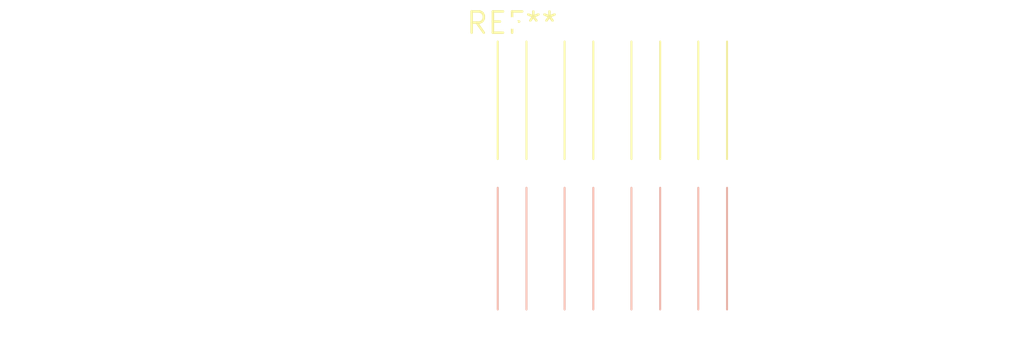
<source format=kicad_pcb>
(kicad_pcb (version 20240108) (generator pcbnew)
  (layers (0 "F.Cu" signal) (31 "B.Cu" signal) (34 "B.Paste" user) (35 "F.Paste" user) (36 "B.SilkS" user "B.Silkscreen") (37 "F.SilkS" user "F.Silkscreen") (38 "B.Mask" user) (39 "F.Mask" user) (44 "Edge.Cuts" user))
  (net 0 "")
  (footprint "SolderWire-0.15sqmm_1x04_P4mm_D0.5mm_OD1.5mm_Relief2x" (layer "F.Cu") (at 0 0)
    (property "Reference" "REF**")
    (property "Value" "SolderWire-0.15sqmm_1x04_P4mm_D0.5mm_OD1.5mm_Relief2x")
    (fp_line (start -0.86 9.86) (end -0.86 17.14) (layer "B.SilkS") (stroke (width 0.12)))
    (fp_line (start 0.86 9.86) (end 0.86 17.14) (layer "B.SilkS") (stroke (width 0.12)))
    (fp_line (start 3.14 9.86) (end 3.14 17.14) (layer "B.SilkS") (stroke (width 0.12)))
    (fp_line (start 4.86 9.86) (end 4.86 17.14) (layer "B.SilkS") (stroke (width 0.12)))
    (fp_line (start 7.14 9.86) (end 7.14 17.14) (layer "B.SilkS") (stroke (width 0.12)))
    (fp_line (start 8.86 9.86) (end 8.86 17.14) (layer "B.SilkS") (stroke (width 0.12)))
    (fp_line (start 11.14 9.86) (end 11.14 17.14) (layer "B.SilkS") (stroke (width 0.12)))
    (fp_line (start 12.86 9.86) (end 12.86 17.14) (layer "B.SilkS") (stroke (width 0.12)))
    (fp_line (start -0.86 1.11) (end -0.86 8.14) (layer "F.SilkS") (stroke (width 0.12)))
    (fp_line (start 0.86 1.11) (end 0.86 8.14) (layer "F.SilkS") (stroke (width 0.12)))
    (fp_line (start 3.14 1.11) (end 3.14 8.14) (layer "F.SilkS") (stroke (width 0.12)))
    (fp_line (start 4.86 1.11) (end 4.86 8.14) (layer "F.SilkS") (stroke (width 0.12)))
    (fp_line (start 7.14 1.11) (end 7.14 8.14) (layer "F.SilkS") (stroke (width 0.12)))
    (fp_line (start 8.86 1.11) (end 8.86 8.14) (layer "F.SilkS") (stroke (width 0.12)))
    (fp_line (start 11.14 1.11) (end 11.14 8.14) (layer "F.SilkS") (stroke (width 0.12)))
    (fp_line (start 12.86 1.11) (end 12.86 8.14) (layer "F.SilkS") (stroke (width 0.12)))
    (pad "" np_thru_hole circle (at 0 9) (size 2 2) (drill 2) (layers *.Cu *.Mask))
    (pad "" np_thru_hole circle (at 0 18) (size 2 2) (drill 2) (layers *.Cu *.Mask))
    (pad "" np_thru_hole circle (at 4 9) (size 2 2) (drill 2) (layers *.Cu *.Mask))
    (pad "" np_thru_hole circle (at 4 18) (size 2 2) (drill 2) (layers *.Cu *.Mask))
    (pad "" np_thru_hole circle (at 8 9) (size 2 2) (drill 2) (layers *.Cu *.Mask))
    (pad "" np_thru_hole circle (at 8 18) (size 2 2) (drill 2) (layers *.Cu *.Mask))
    (pad "" np_thru_hole circle (at 12 9) (size 2 2) (drill 2) (layers *.Cu *.Mask))
    (pad "" np_thru_hole circle (at 12 18) (size 2 2) (drill 2) (layers *.Cu *.Mask))
    (pad "1" thru_hole roundrect (at 0 0) (size 1.7 1.7) (drill 0.7) (layers *.Cu *.Mask) (remove_unused_layers) (roundrect_rratio 0.147059))
    (pad "2" thru_hole circle (at 4 0) (size 1.7 1.7) (drill 0.7) (layers *.Cu *.Mask) (remove_unused_layers))
    (pad "3" thru_hole circle (at 8 0) (size 1.7 1.7) (drill 0.7) (layers *.Cu *.Mask) (remove_unused_layers))
    (pad "4" thru_hole circle (at 12 0) (size 1.7 1.7) (drill 0.7) (layers *.Cu *.Mask) (remove_unused_layers))
  )
)
</source>
